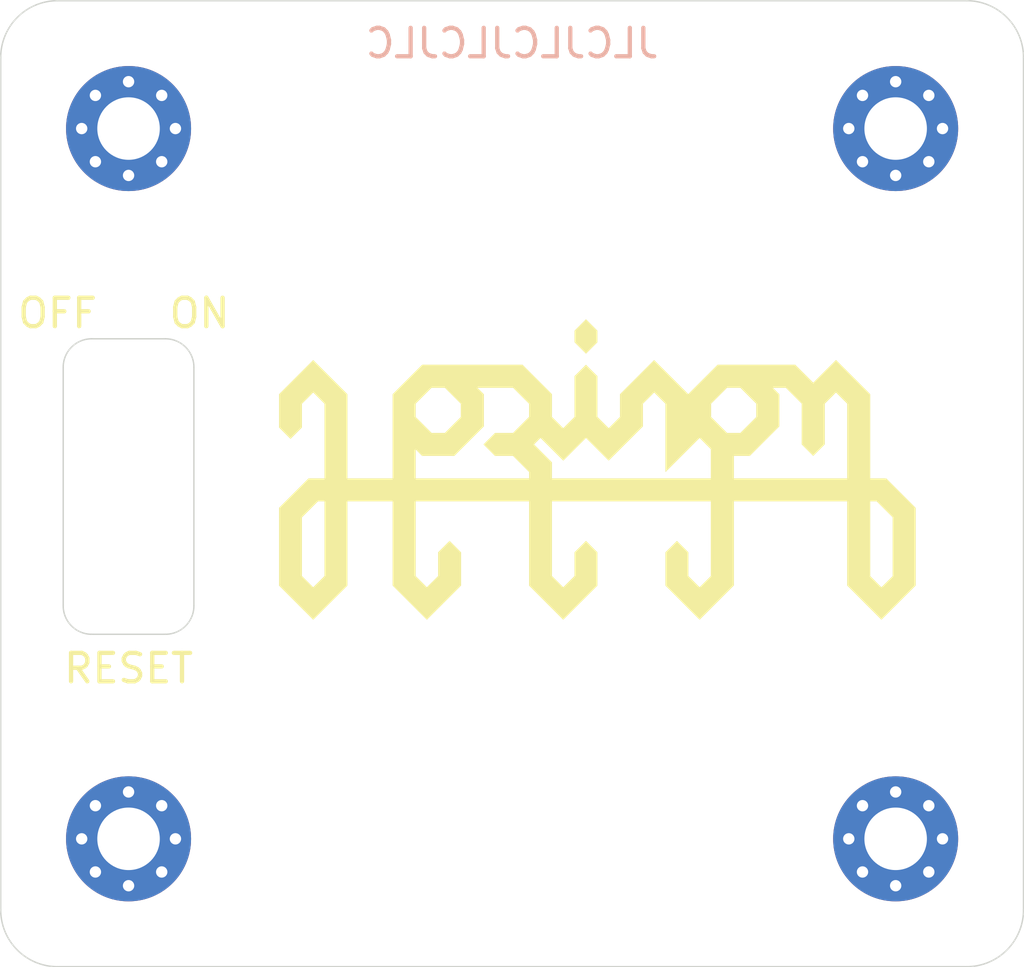
<source format=kicad_pcb>
(kicad_pcb (version 20171130) (host pcbnew "(5.1.4)-1")

  (general
    (thickness 1.6)
    (drawings 20)
    (tracks 0)
    (zones 0)
    (modules 5)
    (nets 5)
  )

  (page A3)
  (layers
    (0 F.Cu signal)
    (31 B.Cu signal)
    (32 B.Adhes user)
    (33 F.Adhes user)
    (34 B.Paste user)
    (35 F.Paste user)
    (36 B.SilkS user)
    (37 F.SilkS user)
    (38 B.Mask user)
    (39 F.Mask user)
    (40 Dwgs.User user)
    (41 Cmts.User user)
    (42 Eco1.User user)
    (43 Eco2.User user)
    (44 Edge.Cuts user)
    (45 Margin user)
    (46 B.CrtYd user)
    (47 F.CrtYd user)
    (48 B.Fab user)
    (49 F.Fab user)
  )

  (setup
    (last_trace_width 0.3)
    (trace_clearance 0.2)
    (zone_clearance 0.508)
    (zone_45_only no)
    (trace_min 0.2)
    (via_size 0.8)
    (via_drill 0.4)
    (via_min_size 0.4)
    (via_min_drill 0.3)
    (uvia_size 0.3)
    (uvia_drill 0.1)
    (uvias_allowed no)
    (uvia_min_size 0.2)
    (uvia_min_drill 0.1)
    (edge_width 0.05)
    (segment_width 0.2)
    (pcb_text_width 0.3)
    (pcb_text_size 1.5 1.5)
    (mod_edge_width 0.12)
    (mod_text_size 1 1)
    (mod_text_width 0.15)
    (pad_size 1.8 1.8)
    (pad_drill 1)
    (pad_to_mask_clearance 0.051)
    (solder_mask_min_width 0.25)
    (aux_axis_origin 150.205952 224.505618)
    (grid_origin 76 95)
    (visible_elements 7FFFFFFF)
    (pcbplotparams
      (layerselection 0x010f0_ffffffff)
      (usegerberextensions true)
      (usegerberattributes false)
      (usegerberadvancedattributes false)
      (creategerberjobfile false)
      (excludeedgelayer true)
      (linewidth 0.100000)
      (plotframeref false)
      (viasonmask false)
      (mode 1)
      (useauxorigin false)
      (hpglpennumber 1)
      (hpglpenspeed 20)
      (hpglpendiameter 15.000000)
      (psnegative false)
      (psa4output false)
      (plotreference true)
      (plotvalue true)
      (plotinvisibletext false)
      (padsonsilk false)
      (subtractmaskfromsilk true)
      (outputformat 1)
      (mirror false)
      (drillshape 0)
      (scaleselection 1)
      (outputdirectory "../gerbers/"))
  )

  (net 0 "")
  (net 1 "Net-(H9-Pad1)")
  (net 2 "Net-(H10-Pad1)")
  (net 3 "Net-(H11-Pad1)")
  (net 4 "Net-(H12-Pad1)")

  (net_class Default "This is the default net class."
    (clearance 0.2)
    (trace_width 0.3)
    (via_dia 0.8)
    (via_drill 0.4)
    (uvia_dia 0.3)
    (uvia_drill 0.1)
    (diff_pair_width 0.2)
    (diff_pair_gap 0.3)
    (add_net "Net-(H10-Pad1)")
    (add_net "Net-(H11-Pad1)")
    (add_net "Net-(H12-Pad1)")
    (add_net "Net-(H9-Pad1)")
  )

  (net_class Power ""
    (clearance 0.2)
    (trace_width 0.5)
    (via_dia 0.8)
    (via_drill 0.4)
    (uvia_dia 0.3)
    (uvia_drill 0.1)
    (diff_pair_width 0.2)
    (diff_pair_gap 0.3)
  )

  (module horizon-footprints:Logo_Horizon (layer F.Cu) (tedit 612316FB) (tstamp 613617FC)
    (at 205 111.5)
    (fp_text reference G*** (at 0 7) (layer F.SilkS) hide
      (effects (font (size 1.524 1.524) (thickness 0.3)))
    )
    (fp_text value LOGO (at 0 9) (layer F.SilkS) hide
      (effects (font (size 1.524 1.524) (thickness 0.3)))
    )
    (fp_poly (pts (xy -9.399905 -3.24739) (xy -8.79983 -2.647317) (xy -8.79983 0.3175) (xy -7.2009 0.3175)
      (xy -7.2009 -0.71564) (xy -6.39953 -0.71564) (xy -6.39953 0.3175) (xy -2.4003 0.3175)
      (xy -2.4003 0.083187) (xy -2.682557 -0.199072) (xy -2.964813 -0.481331) (xy -3.282305 -0.48133)
      (xy -3.599797 -0.48133) (xy -3.800151 -0.68167) (xy -4.000504 -0.882009) (xy -4.000502 -0.882012)
      (xy -2.233929 -0.882012) (xy -1.917065 -0.56515) (xy -1.6002 -0.248287) (xy -1.6002 0.3175)
      (xy 3.99923 0.3175) (xy 3.99923 -0.48133) (xy 4.8006 -0.48133) (xy 4.8006 0.3175)
      (xy 8.79983 0.3175) (xy 8.79983 -2.31712) (xy 8.651557 -2.465074) (xy 8.634388 -2.482206)
      (xy 8.617114 -2.499438) (xy 8.599878 -2.51663) (xy 8.582824 -2.53364) (xy 8.566093 -2.550324)
      (xy 8.549828 -2.566541) (xy 8.534171 -2.582148) (xy 8.519267 -2.597004) (xy 8.505256 -2.610966)
      (xy 8.492283 -2.623892) (xy 8.480489 -2.63564) (xy 8.470017 -2.646067) (xy 8.46101 -2.655032)
      (xy 8.45361 -2.662391) (xy 8.45153 -2.664459) (xy 8.399775 -2.715888) (xy 8.199752 -2.515868)
      (xy 7.99973 -2.315849) (xy 7.99973 -0.882012) (xy 7.799705 -0.68199) (xy 7.59968 -0.481969)
      (xy 7.399655 -0.68199) (xy 7.19963 -0.882012) (xy 7.19963 -2.317113) (xy 6.917373 -2.599372)
      (xy 6.635117 -2.88163) (xy 6.400803 -2.881631) (xy 6.16649 -2.881631) (xy 6.283645 -2.76447)
      (xy 6.4008 -2.64731) (xy 6.4008 -1.517017) (xy 5.882958 -0.999174) (xy 5.365116 -0.48133)
      (xy 4.8006 -0.48133) (xy 3.99923 -0.48133) (xy 3.99923 -0.716912) (xy 3.799523 -0.916622)
      (xy 3.599817 -1.116332) (xy 3.000058 -0.516574) (xy 2.4003 0.083183) (xy 2.4003 -2.315849)
      (xy 2.399031 -2.317118) (xy 4.0005 -2.317118) (xy 4.0005 -1.847218) (xy 4.565012 -1.2827)
      (xy 5.034912 -1.2827) (xy 5.317171 -1.564957) (xy 5.59943 -1.847213) (xy 5.59943 -2.317113)
      (xy 5.317173 -2.599372) (xy 5.034917 -2.881631) (xy 4.799967 -2.88163) (xy 4.565017 -2.88163)
      (xy 4.282758 -2.599374) (xy 4.0005 -2.317118) (xy 2.399031 -2.317118) (xy 2.200275 -2.515871)
      (xy 2.00025 -2.715892) (xy 1.800225 -2.51587) (xy 1.6002 -2.315849) (xy 1.6002 -1.517014)
      (xy 1.000177 -0.916993) (xy 0.967419 -0.884237) (xy 0.935105 -0.851928) (xy 0.903281 -0.820113)
      (xy 0.871993 -0.788838) (xy 0.84129 -0.75815) (xy 0.811216 -0.728095) (xy 0.781819 -0.698719)
      (xy 0.753145 -0.67007) (xy 0.725241 -0.642194) (xy 0.698153 -0.615136) (xy 0.671928 -0.588944)
      (xy 0.646613 -0.563664) (xy 0.622253 -0.539343) (xy 0.598896 -0.516026) (xy 0.576588 -0.493761)
      (xy 0.555376 -0.472594) (xy 0.535306 -0.452571) (xy 0.516425 -0.433739) (xy 0.498779 -0.416145)
      (xy 0.482415 -0.399834) (xy 0.467379 -0.384853) (xy 0.453718 -0.371249) (xy 0.44148 -0.359068)
      (xy 0.430709 -0.348357) (xy 0.421453 -0.339162) (xy 0.413758 -0.331529) (xy 0.407671 -0.325505)
      (xy 0.403239 -0.321137) (xy 0.400507 -0.318471) (xy 0.399523 -0.317554) (xy 0.399521 -0.317554)
      (xy 0.39859 -0.318481) (xy 0.395919 -0.321148) (xy 0.391567 -0.325496) (xy 0.38559 -0.331469)
      (xy 0.378046 -0.339009) (xy 0.368991 -0.348059) (xy 0.358483 -0.358562) (xy 0.346579 -0.370462)
      (xy 0.333336 -0.3837) (xy 0.318811 -0.39822) (xy 0.303062 -0.413964) (xy 0.286145 -0.430876)
      (xy 0.268118 -0.448898) (xy 0.249037 -0.467974) (xy 0.228961 -0.488045) (xy 0.207945 -0.509056)
      (xy 0.186048 -0.530948) (xy 0.163327 -0.553664) (xy 0.139838 -0.577148) (xy 0.115638 -0.601343)
      (xy 0.090786 -0.62619) (xy 0.065338 -0.651634) (xy 0.039351 -0.677617) (xy 0.012882 -0.704081)
      (xy -0.000268 -0.717229) (xy -0.399424 -1.116323) (xy -0.799469 -0.716277) (xy -1.199514 -0.31623)
      (xy -1.599566 -0.716281) (xy -1.999619 -1.116332) (xy -2.233929 -0.882012) (xy -4.000502 -0.882012)
      (xy -3.800162 -1.082355) (xy -3.599819 -1.2827) (xy -2.964818 -1.2827) (xy -2.682559 -1.564957)
      (xy -2.4003 -1.847213) (xy -2.4003 -2.317322) (xy -2.682787 -2.599476) (xy -2.965273 -2.881631)
      (xy -4.233527 -2.881631) (xy -4.116379 -2.764457) (xy -3.99923 -2.647283) (xy -3.99923 -1.517017)
      (xy -4.517072 -0.999174) (xy -5.034914 -0.48133) (xy -6.16521 -0.48133) (xy -6.39953 -0.71564)
      (xy -7.2009 -0.71564) (xy -7.2009 -1.164904) (xy -7.2009 -2.317118) (xy -6.39953 -2.317118)
      (xy -6.39953 -1.847218) (xy -5.835018 -1.2827) (xy -5.365118 -1.2827) (xy -5.082859 -1.564957)
      (xy -4.8006 -1.847213) (xy -4.8006 -2.317113) (xy -5.082857 -2.599372) (xy -5.365113 -2.881631)
      (xy -5.600063 -2.88163) (xy -5.835013 -2.88163) (xy -6.117272 -2.599374) (xy -6.39953 -2.317118)
      (xy -7.2009 -2.317118) (xy -7.200901 -2.647308) (xy -6.683695 -3.164519) (xy -6.16649 -3.68173)
      (xy -4.399917 -3.68173) (xy -2.633344 -3.681731) (xy -2.116772 -3.165157) (xy -1.6002 -2.648584)
      (xy -1.6002 -2.248533) (xy -1.600201 -1.848482) (xy -1.399856 -1.648141) (xy -1.199512 -1.4478)
      (xy -0.999806 -1.64751) (xy -0.800101 -1.847219) (xy -0.8001 -2.564769) (xy -0.8001 -3.282319)
      (xy -0.600075 -3.48234) (xy -0.40005 -3.682362) (xy -0.200025 -3.48234) (xy 0 -3.282319)
      (xy 0 -1.848482) (xy 0.200025 -1.648461) (xy 0.40005 -1.448439) (xy 0.600075 -1.64846)
      (xy 0.800099 -1.848482) (xy 0.8001 -2.247904) (xy 0.8001 -2.647325) (xy 1.399594 -3.24676)
      (xy 1.432341 -3.279505) (xy 1.464646 -3.311806) (xy 1.496459 -3.343616) (xy 1.527735 -3.374888)
      (xy 1.558428 -3.405577) (xy 1.58849 -3.435636) (xy 1.617876 -3.465017) (xy 1.646537 -3.493675)
      (xy 1.674429 -3.521563) (xy 1.701504 -3.548634) (xy 1.727716 -3.574842) (xy 1.753017 -3.600139)
      (xy 1.777362 -3.62448) (xy 1.800704 -3.647818) (xy 1.822996 -3.670106) (xy 1.844192 -3.691298)
      (xy 1.864245 -3.711347) (xy 1.883108 -3.730207) (xy 1.900736 -3.74783) (xy 1.91708 -3.76417)
      (xy 1.932095 -3.779182) (xy 1.945734 -3.792817) (xy 1.957951 -3.80503) (xy 1.968698 -3.815774)
      (xy 1.97793 -3.825002) (xy 1.985599 -3.832668) (xy 1.991659 -3.838725) (xy 1.996064 -3.843126)
      (xy 1.998767 -3.845826) (xy 1.99972 -3.846777) (xy 1.999721 -3.846777) (xy 2.000646 -3.845919)
      (xy 2.00332 -3.84331) (xy 2.007696 -3.838998) (xy 2.013729 -3.833029) (xy 2.021371 -3.82545)
      (xy 2.030575 -3.816306) (xy 2.041296 -3.805645) (xy 2.053486 -3.793513) (xy 2.0671 -3.779956)
      (xy 2.082089 -3.765021) (xy 2.098409 -3.748754) (xy 2.116012 -3.731203) (xy 2.134852 -3.712412)
      (xy 2.154882 -3.692429) (xy 2.176056 -3.671301) (xy 2.198326 -3.649073) (xy 2.221648 -3.625793)
      (xy 2.245973 -3.601506) (xy 2.271255 -3.576259) (xy 2.297448 -3.550099) (xy 2.324505 -3.523073)
      (xy 2.35238 -3.495226) (xy 2.381026 -3.466605) (xy 2.410396 -3.437256) (xy 2.440444 -3.407227)
      (xy 2.471123 -3.376563) (xy 2.502387 -3.345311) (xy 2.53419 -3.313518) (xy 2.566484 -3.28123)
      (xy 2.599222 -3.248493) (xy 2.60006 -3.247655) (xy 3.199766 -2.64795) (xy 3.716654 -3.16484)
      (xy 4.233543 -3.68173) (xy 5.600065 -3.681731) (xy 6.966586 -3.681731) (xy 7.28345 -3.364865)
      (xy 7.600313 -3.048) (xy 7.999729 -3.447415) (xy 8.026423 -3.474106) (xy 8.052666 -3.500341)
      (xy 8.078401 -3.526062) (xy 8.10357 -3.551212) (xy 8.128117 -3.575736) (xy 8.151985 -3.599574)
      (xy 8.175116 -3.622672) (xy 8.197452 -3.64497) (xy 8.218937 -3.666414) (xy 8.239514 -3.686944)
      (xy 8.259125 -3.706505) (xy 8.277713 -3.72504) (xy 8.29522 -3.74249) (xy 8.311591 -3.7588)
      (xy 8.326766 -3.773912) (xy 8.34069 -3.787769) (xy 8.353305 -3.800314) (xy 8.364553 -3.811491)
      (xy 8.374378 -3.821241) (xy 8.382722 -3.829509) (xy 8.389528 -3.836236) (xy 8.39474 -3.841366)
      (xy 8.398298 -3.844842) (xy 8.400147 -3.846607) (xy 8.400413 -3.846831) (xy 8.401372 -3.84594)
      (xy 8.404081 -3.8433) (xy 8.408492 -3.838956) (xy 8.414559 -3.832955) (xy 8.422234 -3.825345)
      (xy 8.431472 -3.81617) (xy 8.442226 -3.805479) (xy 8.454448 -3.793317) (xy 8.468093 -3.779731)
      (xy 8.483114 -3.764768) (xy 8.499463 -3.748474) (xy 8.517095 -3.730895) (xy 8.535963 -3.712079)
      (xy 8.55602 -3.692072) (xy 8.577219 -3.67092) (xy 8.599514 -3.64867) (xy 8.622857 -3.625369)
      (xy 8.647203 -3.601062) (xy 8.672505 -3.575798) (xy 8.698716 -3.549622) (xy 8.72579 -3.52258)
      (xy 8.753679 -3.49472) (xy 8.782337 -3.466088) (xy 8.811717 -3.43673) (xy 8.841774 -3.406693)
      (xy 8.872459 -3.376024) (xy 8.903727 -3.34477) (xy 8.93553 -3.312976) (xy 8.967823 -3.280689)
      (xy 9.000558 -3.247956) (xy 9.000804 -3.247709) (xy 9.599929 -2.648588) (xy 9.59993 -1.165544)
      (xy 9.59993 0.3175) (xy 10.165716 0.3175) (xy 11.20013 1.351916) (xy 11.20013 4.083686)
      (xy 10.600055 4.683759) (xy 9.99998 5.283833) (xy 9.399905 4.68376) (xy 8.79983 4.083686)
      (xy 8.79983 1.1176) (xy 9.59993 1.1176) (xy 9.59993 3.752211) (xy 9.799635 3.95192)
      (xy 9.818446 3.970729) (xy 9.836782 3.989057) (xy 9.854563 4.006824) (xy 9.871708 4.023951)
      (xy 9.888135 4.040355) (xy 9.903764 4.055957) (xy 9.918514 4.070676) (xy 9.932304 4.08443)
      (xy 9.945053 4.09714) (xy 9.956681 4.108725) (xy 9.967105 4.119104) (xy 9.976246 4.128196)
      (xy 9.984022 4.135921) (xy 9.990353 4.142199) (xy 9.995158 4.146947) (xy 9.998355 4.150086)
      (xy 9.999863 4.151536) (xy 9.999976 4.15163) (xy 10.000921 4.150745) (xy 10.00358 4.148144)
      (xy 10.007873 4.143907) (xy 10.013719 4.138117) (xy 10.021036 4.130852) (xy 10.029744 4.122193)
      (xy 10.039762 4.112222) (xy 10.051009 4.101019) (xy 10.063404 4.088665) (xy 10.076866 4.07524)
      (xy 10.091314 4.060825) (xy 10.106668 4.0455) (xy 10.122846 4.029347) (xy 10.139767 4.012446)
      (xy 10.157351 3.994878) (xy 10.175516 3.976722) (xy 10.194183 3.958061) (xy 10.20032 3.951924)
      (xy 10.40003 3.752218) (xy 10.40003 1.683387) (xy 10.117138 1.400493) (xy 9.834247 1.1176)
      (xy 9.59993 1.1176) (xy 8.79983 1.1176) (xy 4.8006 1.1176) (xy 4.8006 4.082416)
      (xy 4.200206 4.682808) (xy 3.599813 5.2832) (xy 3.000056 4.683441) (xy 2.400299 4.083683)
      (xy 2.4003 3.500752) (xy 2.4003 2.917821) (xy 2.600325 2.7178) (xy 2.800349 2.517778)
      (xy 3.000374 2.7178) (xy 3.200399 2.917821) (xy 3.2004 3.33502) (xy 3.2004 3.752218)
      (xy 3.599818 4.15163) (xy 3.799524 3.95192) (xy 3.99923 3.752211) (xy 3.99923 1.1176)
      (xy -1.6002 1.1176) (xy -1.600266 2.434907) (xy -1.600332 3.752215) (xy -1.19957 4.151681)
      (xy -0.999835 3.951949) (xy -0.8001 3.752218) (xy -0.8001 3.33502) (xy -0.800101 2.917821)
      (xy -0.600075 2.7178) (xy -0.40005 2.517778) (xy -0.200025 2.7178) (xy 0 2.917821)
      (xy 0 4.083686) (xy -0.600075 4.68376) (xy -1.20015 5.283833) (xy -1.800225 4.68376)
      (xy -2.4003 4.083686) (xy -2.4003 1.1176) (xy -6.39953 1.1176) (xy -6.39953 3.752218)
      (xy -6.000112 4.15163) (xy -5.800406 3.95192) (xy -5.6007 3.752211) (xy -5.6007 2.917828)
      (xy -5.400995 2.718119) (xy -5.382178 2.699307) (xy -5.36383 2.680976) (xy -5.346033 2.663205)
      (xy -5.328867 2.646076) (xy -5.312414 2.62967) (xy -5.296756 2.614066) (xy -5.281972 2.599346)
      (xy -5.268145 2.58559) (xy -5.255356 2.572879) (xy -5.243686 2.561294) (xy -5.233215 2.550916)
      (xy -5.224027 2.541825) (xy -5.2162 2.534101) (xy -5.209818 2.527827) (xy -5.204961 2.523081)
      (xy -5.20171 2.519946) (xy -5.200146 2.518501) (xy -5.200015 2.51841) (xy -5.19901 2.519295)
      (xy -5.196292 2.521897) (xy -5.191941 2.526134) (xy -5.186039 2.531927) (xy -5.178667 2.539195)
      (xy -5.169906 2.547856) (xy -5.159838 2.55783) (xy -5.148544 2.569037) (xy -5.136105 2.581396)
      (xy -5.122602 2.594825) (xy -5.108116 2.609245) (xy -5.092729 2.624574) (xy -5.076522 2.640732)
      (xy -5.059576 2.657638) (xy -5.041973 2.675211) (xy -5.023793 2.693372) (xy -5.005118 2.712038)
      (xy -4.999036 2.718119) (xy -4.79933 2.917828) (xy -4.79933 4.082416) (xy -5.399724 4.682808)
      (xy -6.000117 5.2832) (xy -6.600509 4.682806) (xy -7.2009 4.082413) (xy -7.2009 1.1176)
      (xy -8.79983 1.1176) (xy -8.79983 4.083686) (xy -9.399589 4.683443) (xy -9.432341 4.716194)
      (xy -9.46465 4.7485) (xy -9.496468 4.780314) (xy -9.52775 4.811589) (xy -9.558448 4.842279)
      (xy -9.588515 4.872337) (xy -9.617906 4.901716) (xy -9.646574 4.930371) (xy -9.674471 4.958254)
      (xy -9.701553 4.985319) (xy -9.727771 5.01152) (xy -9.753079 5.03681) (xy -9.777431 5.061142)
      (xy -9.800781 5.08447) (xy -9.823081 5.106748) (xy -9.844285 5.127928) (xy -9.864346 5.147965)
      (xy -9.883219 5.166812) (xy -9.900855 5.184422) (xy -9.91721 5.200748) (xy -9.932235 5.215745)
      (xy -9.945885 5.229366) (xy -9.958113 5.241563) (xy -9.968873 5.252292) (xy -9.978117 5.261504)
      (xy -9.9858 5.269154) (xy -9.991874 5.275195) (xy -9.996293 5.279581) (xy -9.99901 5.282264)
      (xy -9.99998 5.283199) (xy -9.999982 5.2832) (xy -10.000907 5.282309) (xy -10.003581 5.279669)
      (xy -10.007958 5.275326) (xy -10.013991 5.269326) (xy -10.021634 5.261716) (xy -10.030839 5.252542)
      (xy -10.041561 5.241851) (xy -10.053753 5.22969) (xy -10.067368 5.216104) (xy -10.082359 5.201141)
      (xy -10.098681 5.184848) (xy -10.116286 5.167269) (xy -10.135127 5.148453) (xy -10.15516 5.128446)
      (xy -10.176335 5.107293) (xy -10.198609 5.085043) (xy -10.221932 5.06174) (xy -10.24626 5.037433)
      (xy -10.271545 5.012166) (xy -10.29774 4.985988) (xy -10.3248 4.958944) (xy -10.352678 4.93108)
      (xy -10.381327 4.902444) (xy -10.4107 4.873083) (xy -10.440751 4.843041) (xy -10.471434 4.812367)
      (xy -10.502701 4.781106) (xy -10.534506 4.749305) (xy -10.566803 4.717011) (xy -10.599546 4.684269)
      (xy -10.600374 4.683441) (xy -11.20013 4.083683) (xy -11.20013 1.683382) (xy -10.400031 1.683382)
      (xy -10.40003 2.717797) (xy -10.40003 3.752211) (xy -10.200325 3.95192) (xy -10.181514 3.970729)
      (xy -10.163178 3.989057) (xy -10.145397 4.006824) (xy -10.128252 4.023951) (xy -10.111825 4.040355)
      (xy -10.096196 4.055957) (xy -10.081446 4.070676) (xy -10.067656 4.08443) (xy -10.054907 4.09714)
      (xy -10.043279 4.108725) (xy -10.032855 4.119104) (xy -10.023714 4.128196) (xy -10.015938 4.135921)
      (xy -10.009607 4.142199) (xy -10.004802 4.146947) (xy -10.001605 4.150086) (xy -10.000097 4.151536)
      (xy -9.999984 4.15163) (xy -9.999039 4.150745) (xy -9.99638 4.148144) (xy -9.992087 4.143907)
      (xy -9.986241 4.138117) (xy -9.978924 4.130852) (xy -9.970216 4.122193) (xy -9.960198 4.112222)
      (xy -9.948951 4.101019) (xy -9.936556 4.088665) (xy -9.923094 4.07524) (xy -9.908646 4.060825)
      (xy -9.893292 4.0455) (xy -9.877114 4.029347) (xy -9.860193 4.012446) (xy -9.842609 3.994878)
      (xy -9.824444 3.976722) (xy -9.805777 3.958061) (xy -9.79964 3.951924) (xy -9.59993 3.752218)
      (xy -9.59993 1.1176) (xy -9.834243 1.1176) (xy -10.400031 1.683382) (xy -11.20013 1.683382)
      (xy -11.20013 1.351913) (xy -10.682922 0.834706) (xy -10.165714 0.3175) (xy -9.59993 0.3175)
      (xy -9.59993 -2.315849) (xy -9.799955 -2.51587) (xy -9.99998 -2.715892) (xy -10.200005 -2.515871)
      (xy -10.40003 -2.315849) (xy -10.40003 -1.481452) (xy -10.600055 -1.28143) (xy -10.80008 -1.081409)
      (xy -11.000105 -1.28143) (xy -11.20013 -1.481452) (xy -11.20013 -2.647317) (xy -10.600055 -3.24739)
      (xy -9.999981 -3.847464) (xy -9.399905 -3.24739)) (layer F.SilkS) (width 0.01))
    (fp_poly (pts (xy 0 -4.882519) (xy 0 -4.481192) (xy -0.19971 -4.281486) (xy -0.399419 -4.081781)
      (xy -0.59976 -4.282125) (xy -0.8001 -4.482469) (xy -0.8001 -4.882519) (xy -0.40005 -5.282561)
      (xy 0 -4.882519)) (layer F.SilkS) (width 0.01))
  )

  (module horizon-footprints:Mount_M2 (layer F.Cu) (tedit 6135B311) (tstamp 613AC880)
    (at 215.5 124.5)
    (descr "Mounting Hole 2.2mm, M2")
    (tags "mounting hole 2.2mm m2")
    (path /617B3807)
    (attr virtual)
    (fp_text reference H12 (at 0 -3.25) (layer F.SilkS) hide
      (effects (font (size 1 1) (thickness 0.15)))
    )
    (fp_text value Hole_Pad (at 0 3.25) (layer F.Fab)
      (effects (font (size 1 1) (thickness 0.15)))
    )
    (fp_circle (center 0 0) (end 2.45 0) (layer F.CrtYd) (width 0.05))
    (fp_circle (center 0 0) (end 2.2 0) (layer Cmts.User) (width 0.15))
    (pad 1 thru_hole circle (at 1.166726 -1.166726) (size 0.7 0.7) (drill 0.4) (layers *.Cu *.Mask)
      (net 4 "Net-(H12-Pad1)"))
    (pad 1 thru_hole circle (at 0 -1.65) (size 0.7 0.7) (drill 0.4) (layers *.Cu *.Mask)
      (net 4 "Net-(H12-Pad1)"))
    (pad 1 thru_hole circle (at -1.166726 -1.166726) (size 0.7 0.7) (drill 0.4) (layers *.Cu *.Mask)
      (net 4 "Net-(H12-Pad1)"))
    (pad 1 thru_hole circle (at -1.65 0) (size 0.7 0.7) (drill 0.4) (layers *.Cu *.Mask)
      (net 4 "Net-(H12-Pad1)"))
    (pad 1 thru_hole circle (at -1.166726 1.166726) (size 0.7 0.7) (drill 0.4) (layers *.Cu *.Mask)
      (net 4 "Net-(H12-Pad1)"))
    (pad 1 thru_hole circle (at 0 1.65) (size 0.7 0.7) (drill 0.4) (layers *.Cu *.Mask)
      (net 4 "Net-(H12-Pad1)"))
    (pad 1 thru_hole circle (at 1.166726 1.166726) (size 0.7 0.7) (drill 0.4) (layers *.Cu *.Mask)
      (net 4 "Net-(H12-Pad1)"))
    (pad 1 thru_hole circle (at 1.65 0) (size 0.7 0.7) (drill 0.4) (layers *.Cu *.Mask)
      (net 4 "Net-(H12-Pad1)"))
    (pad 1 thru_hole circle (at 0 0) (size 4.4 4.4) (drill 2.2) (layers *.Cu *.Mask)
      (net 4 "Net-(H12-Pad1)"))
  )

  (module horizon-footprints:Mount_M2 (layer F.Cu) (tedit 6135B311) (tstamp 613AC871)
    (at 188.5 124.5)
    (descr "Mounting Hole 2.2mm, M2")
    (tags "mounting hole 2.2mm m2")
    (path /617B3801)
    (attr virtual)
    (fp_text reference H11 (at 0 -3.25) (layer F.SilkS) hide
      (effects (font (size 1 1) (thickness 0.15)))
    )
    (fp_text value Hole_Pad (at 0 3.25) (layer F.Fab)
      (effects (font (size 1 1) (thickness 0.15)))
    )
    (fp_circle (center 0 0) (end 2.45 0) (layer F.CrtYd) (width 0.05))
    (fp_circle (center 0 0) (end 2.2 0) (layer Cmts.User) (width 0.15))
    (pad 1 thru_hole circle (at 1.166726 -1.166726) (size 0.7 0.7) (drill 0.4) (layers *.Cu *.Mask)
      (net 3 "Net-(H11-Pad1)"))
    (pad 1 thru_hole circle (at 0 -1.65) (size 0.7 0.7) (drill 0.4) (layers *.Cu *.Mask)
      (net 3 "Net-(H11-Pad1)"))
    (pad 1 thru_hole circle (at -1.166726 -1.166726) (size 0.7 0.7) (drill 0.4) (layers *.Cu *.Mask)
      (net 3 "Net-(H11-Pad1)"))
    (pad 1 thru_hole circle (at -1.65 0) (size 0.7 0.7) (drill 0.4) (layers *.Cu *.Mask)
      (net 3 "Net-(H11-Pad1)"))
    (pad 1 thru_hole circle (at -1.166726 1.166726) (size 0.7 0.7) (drill 0.4) (layers *.Cu *.Mask)
      (net 3 "Net-(H11-Pad1)"))
    (pad 1 thru_hole circle (at 0 1.65) (size 0.7 0.7) (drill 0.4) (layers *.Cu *.Mask)
      (net 3 "Net-(H11-Pad1)"))
    (pad 1 thru_hole circle (at 1.166726 1.166726) (size 0.7 0.7) (drill 0.4) (layers *.Cu *.Mask)
      (net 3 "Net-(H11-Pad1)"))
    (pad 1 thru_hole circle (at 1.65 0) (size 0.7 0.7) (drill 0.4) (layers *.Cu *.Mask)
      (net 3 "Net-(H11-Pad1)"))
    (pad 1 thru_hole circle (at 0 0) (size 4.4 4.4) (drill 2.2) (layers *.Cu *.Mask)
      (net 3 "Net-(H11-Pad1)"))
  )

  (module horizon-footprints:Mount_M2 (layer F.Cu) (tedit 6135B311) (tstamp 613AC862)
    (at 215.5 99.5)
    (descr "Mounting Hole 2.2mm, M2")
    (tags "mounting hole 2.2mm m2")
    (path /617B37F2)
    (attr virtual)
    (fp_text reference H10 (at 0 -3.25) (layer F.SilkS) hide
      (effects (font (size 1 1) (thickness 0.15)))
    )
    (fp_text value Hole_Pad (at 0 3.25) (layer F.Fab)
      (effects (font (size 1 1) (thickness 0.15)))
    )
    (fp_circle (center 0 0) (end 2.45 0) (layer F.CrtYd) (width 0.05))
    (fp_circle (center 0 0) (end 2.2 0) (layer Cmts.User) (width 0.15))
    (pad 1 thru_hole circle (at 1.166726 -1.166726) (size 0.7 0.7) (drill 0.4) (layers *.Cu *.Mask)
      (net 2 "Net-(H10-Pad1)"))
    (pad 1 thru_hole circle (at 0 -1.65) (size 0.7 0.7) (drill 0.4) (layers *.Cu *.Mask)
      (net 2 "Net-(H10-Pad1)"))
    (pad 1 thru_hole circle (at -1.166726 -1.166726) (size 0.7 0.7) (drill 0.4) (layers *.Cu *.Mask)
      (net 2 "Net-(H10-Pad1)"))
    (pad 1 thru_hole circle (at -1.65 0) (size 0.7 0.7) (drill 0.4) (layers *.Cu *.Mask)
      (net 2 "Net-(H10-Pad1)"))
    (pad 1 thru_hole circle (at -1.166726 1.166726) (size 0.7 0.7) (drill 0.4) (layers *.Cu *.Mask)
      (net 2 "Net-(H10-Pad1)"))
    (pad 1 thru_hole circle (at 0 1.65) (size 0.7 0.7) (drill 0.4) (layers *.Cu *.Mask)
      (net 2 "Net-(H10-Pad1)"))
    (pad 1 thru_hole circle (at 1.166726 1.166726) (size 0.7 0.7) (drill 0.4) (layers *.Cu *.Mask)
      (net 2 "Net-(H10-Pad1)"))
    (pad 1 thru_hole circle (at 1.65 0) (size 0.7 0.7) (drill 0.4) (layers *.Cu *.Mask)
      (net 2 "Net-(H10-Pad1)"))
    (pad 1 thru_hole circle (at 0 0) (size 4.4 4.4) (drill 2.2) (layers *.Cu *.Mask)
      (net 2 "Net-(H10-Pad1)"))
  )

  (module horizon-footprints:Mount_M2 (layer F.Cu) (tedit 6135B311) (tstamp 613AC853)
    (at 188.5 99.5)
    (descr "Mounting Hole 2.2mm, M2")
    (tags "mounting hole 2.2mm m2")
    (path /617B37F8)
    (attr virtual)
    (fp_text reference H9 (at 0 -3.25) (layer F.SilkS) hide
      (effects (font (size 1 1) (thickness 0.15)))
    )
    (fp_text value Hole_Pad (at 0 3.25) (layer F.Fab)
      (effects (font (size 1 1) (thickness 0.15)))
    )
    (fp_circle (center 0 0) (end 2.45 0) (layer F.CrtYd) (width 0.05))
    (fp_circle (center 0 0) (end 2.2 0) (layer Cmts.User) (width 0.15))
    (pad 1 thru_hole circle (at 1.166726 -1.166726) (size 0.7 0.7) (drill 0.4) (layers *.Cu *.Mask)
      (net 1 "Net-(H9-Pad1)"))
    (pad 1 thru_hole circle (at 0 -1.65) (size 0.7 0.7) (drill 0.4) (layers *.Cu *.Mask)
      (net 1 "Net-(H9-Pad1)"))
    (pad 1 thru_hole circle (at -1.166726 -1.166726) (size 0.7 0.7) (drill 0.4) (layers *.Cu *.Mask)
      (net 1 "Net-(H9-Pad1)"))
    (pad 1 thru_hole circle (at -1.65 0) (size 0.7 0.7) (drill 0.4) (layers *.Cu *.Mask)
      (net 1 "Net-(H9-Pad1)"))
    (pad 1 thru_hole circle (at -1.166726 1.166726) (size 0.7 0.7) (drill 0.4) (layers *.Cu *.Mask)
      (net 1 "Net-(H9-Pad1)"))
    (pad 1 thru_hole circle (at 0 1.65) (size 0.7 0.7) (drill 0.4) (layers *.Cu *.Mask)
      (net 1 "Net-(H9-Pad1)"))
    (pad 1 thru_hole circle (at 1.166726 1.166726) (size 0.7 0.7) (drill 0.4) (layers *.Cu *.Mask)
      (net 1 "Net-(H9-Pad1)"))
    (pad 1 thru_hole circle (at 1.65 0) (size 0.7 0.7) (drill 0.4) (layers *.Cu *.Mask)
      (net 1 "Net-(H9-Pad1)"))
    (pad 1 thru_hole circle (at 0 0) (size 4.4 4.4) (drill 2.2) (layers *.Cu *.Mask)
      (net 1 "Net-(H9-Pad1)"))
  )

  (gr_arc (start 189.8 116.3) (end 189.8 117.3) (angle -90) (layer Edge.Cuts) (width 0.05) (tstamp 613ACEE8))
  (gr_arc (start 187.2 116.3) (end 186.2 116.3) (angle -90) (layer Edge.Cuts) (width 0.05) (tstamp 613ACEE8))
  (gr_arc (start 189.8 107.9) (end 190.8 107.9) (angle -90) (layer Edge.Cuts) (width 0.05) (tstamp 613ACEE8))
  (gr_arc (start 187.2 107.9) (end 187.2 106.9) (angle -90) (layer Edge.Cuts) (width 0.05))
  (gr_text ON (at 191 106) (layer F.SilkS) (tstamp 613BE1F5)
    (effects (font (size 1 1) (thickness 0.15)))
  )
  (gr_text RESET (at 188.5 118.5) (layer F.SilkS) (tstamp 613BE1F4)
    (effects (font (size 1 1) (thickness 0.15)))
  )
  (gr_text OFF (at 186 106) (layer F.SilkS) (tstamp 613BE1F3)
    (effects (font (size 1 1) (thickness 0.15)))
  )
  (gr_line (start 189.8 106.9) (end 187.2 106.9) (layer Edge.Cuts) (width 0.05) (tstamp 6136BEA9))
  (gr_line (start 190.8 116.3) (end 190.8 107.9) (layer Edge.Cuts) (width 0.05))
  (gr_line (start 187.2 117.3) (end 189.8 117.3) (layer Edge.Cuts) (width 0.05))
  (gr_line (start 186.2 107.9) (end 186.2 116.3) (layer Edge.Cuts) (width 0.05))
  (gr_arc (start 186 127) (end 184 127) (angle -90) (layer Edge.Cuts) (width 0.05))
  (gr_arc (start 218 127) (end 218 129) (angle -90) (layer Edge.Cuts) (width 0.05))
  (gr_arc (start 218 97) (end 220 97) (angle -90) (layer Edge.Cuts) (width 0.05))
  (gr_arc (start 186 97) (end 186 95) (angle -90) (layer Edge.Cuts) (width 0.05))
  (gr_line (start 184 127) (end 184 97) (layer Edge.Cuts) (width 0.05) (tstamp 6135C400))
  (gr_line (start 218 129) (end 186 129) (layer Edge.Cuts) (width 0.05))
  (gr_line (start 220 97) (end 220 127) (layer Edge.Cuts) (width 0.05))
  (gr_line (start 186 95) (end 218 95) (layer Edge.Cuts) (width 0.05))
  (gr_text JLCJLCJLCJLC (at 202 96.5) (layer B.SilkS) (tstamp 61246F56)
    (effects (font (size 1 1) (thickness 0.15)) (justify mirror))
  )

)

</source>
